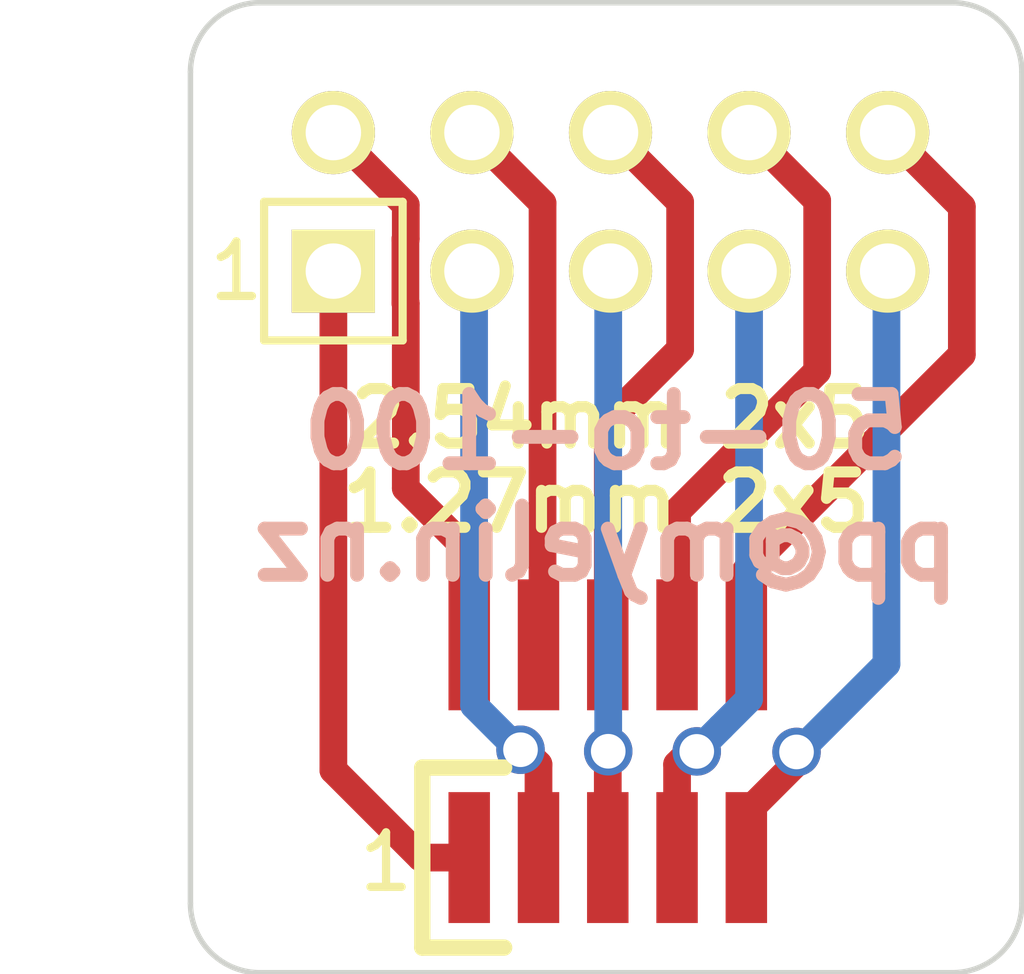
<source format=kicad_pcb>
(kicad_pcb (version 20221018) (generator pcbnew)
  (layers (0 "F.Cu" signal) (31 "B.Cu" signal) (34 "B.Paste" user) (35 "F.Paste" user) (36 "B.SilkS" user "B.Silkscreen") (37 "F.SilkS" user "F.Silkscreen") (38 "B.Mask" user) (39 "F.Mask" user) (44 "Edge.Cuts" user))
  (net 0 "")
  (net 1 "/1")
  (net 2 "/2")
  (net 3 "/3")
  (net 4 "/4")
  (net 5 "/5")
  (net 6 "/6")
  (net 7 "/7")
  (net 8 "/8")
  (net 9 "/9")
  (net 10 "/10")
  (footprint "myelin-kicad:pin_array_5x2_50mil_smd" (layer "F.Cu") (at 163.86 95)
    (fp_text reference "P1")
    (fp_text value "1.27mm 2x5" (at -0.03 -4.5633 180) (layer "F.SilkS") (effects (font (size 1.016 1.016) (thickness 0.2032))))
    (fp_text user "1" (at -4.064 2.032) (layer "F.SilkS"))
    (fp_line (start -3.4 3.6) (end -3.4 0.3) (stroke (width 0.3)) (layer "F.SilkS"))
    (fp_line (start -1.9 0.3) (end -3.4 0.3) (stroke (width 0.3)) (layer "F.SilkS"))
    (fp_line (start -1.9 3.6) (end -3.4 3.6) (stroke (width 0.3)) (layer "F.SilkS"))
    (pad "1" smd rect (at -2.54 1.95) (size 0.76 2.4) (layers "F.Cu" "F.Paste" "F.Mask") (net 1 "/1"))
    (pad "2" smd rect (at -2.54 -1.95) (size 0.76 2.4) (layers "F.Cu" "F.Paste" "F.Mask") (net 2 "/2"))
    (pad "3" smd rect (at -1.27 1.95) (size 0.76 2.4) (layers "F.Cu" "F.Paste" "F.Mask") (net 3 "/3"))
    (pad "4" smd rect (at -1.27 -1.95) (size 0.76 2.4) (layers "F.Cu" "F.Paste" "F.Mask") (net 4 "/4"))
    (pad "5" smd rect (at 0 1.95) (size 0.76 2.4) (layers "F.Cu" "F.Paste" "F.Mask") (net 5 "/5"))
    (pad "6" smd rect (at 0 -1.95) (size 0.76 2.4) (layers "F.Cu" "F.Paste" "F.Mask") (net 6 "/6"))
    (pad "7" smd rect (at 1.27 1.95) (size 0.76 2.4) (layers "F.Cu" "F.Paste" "F.Mask") (net 7 "/7"))
    (pad "8" smd rect (at 1.27 -1.95) (size 0.76 2.4) (layers "F.Cu" "F.Paste" "F.Mask") (net 8 "/8"))
    (pad "9" smd rect (at 2.54 1.95) (size 0.76 2.4) (layers "F.Cu" "F.Paste" "F.Mask") (net 9 "/9"))
    (pad "10" smd rect (at 2.54 -1.95) (size 0.76 2.4) (layers "F.Cu" "F.Paste" "F.Mask") (net 10 "/10"))
  )
  (footprint "myelin-kicad:header_02x05_40mil_60mil" (layer "F.Cu") (at 163.91 84.93)
    (fp_text reference "P2")
    (fp_text value "2.54mm 2x5" (at 0 3.97) (layer "F.SilkS") (effects (font (thickness 0.2032))))
    (fp_text user "1" (at -6.858 1.27) (layer "F.SilkS"))
    (fp_line (start -6.35 0) (end -3.81 0) (stroke (width 0.15)) (layer "F.SilkS"))
    (fp_line (start -6.35 2.54) (end -6.35 0) (stroke (width 0.15)) (layer "F.SilkS"))
    (fp_line (start -3.81 0) (end -3.81 2.54) (stroke (width 0.15)) (layer "F.SilkS"))
    (fp_line (start -3.81 2.54) (end -6.35 2.54) (stroke (width 0.15)) (layer "F.SilkS"))
    (pad "1" thru_hole rect (at -5.08 1.27) (size 1.524 1.524) (drill 1.016) (layers "*.Cu" "*.Mask" "F.SilkS") (net 1 "/1"))
    (pad "2" thru_hole circle (at -5.08 -1.27) (size 1.524 1.524) (drill 1.016) (layers "*.Cu" "*.Mask" "F.SilkS") (net 2 "/2"))
    (pad "3" thru_hole circle (at -2.54 1.27) (size 1.524 1.524) (drill 1.016) (layers "*.Cu" "*.Mask" "F.SilkS") (net 3 "/3"))
    (pad "4" thru_hole circle (at -2.54 -1.27) (size 1.524 1.524) (drill 1.016) (layers "*.Cu" "*.Mask" "F.SilkS") (net 4 "/4"))
    (pad "5" thru_hole circle (at 0 1.27) (size 1.524 1.524) (drill 1.016) (layers "*.Cu" "*.Mask" "F.SilkS") (net 5 "/5"))
    (pad "6" thru_hole circle (at 0 -1.27) (size 1.524 1.524) (drill 1.016) (layers "*.Cu" "*.Mask" "F.SilkS") (net 6 "/6"))
    (pad "7" thru_hole circle (at 2.54 1.27) (size 1.524 1.524) (drill 1.016) (layers "*.Cu" "*.Mask" "F.SilkS") (net 7 "/7"))
    (pad "8" thru_hole circle (at 2.54 -1.27) (size 1.524 1.524) (drill 1.016) (layers "*.Cu" "*.Mask" "F.SilkS") (net 8 "/8"))
    (pad "9" thru_hole circle (at 5.08 1.27) (size 1.524 1.524) (drill 1.016) (layers "*.Cu" "*.Mask" "F.SilkS") (net 9 "/9"))
    (pad "10" thru_hole circle (at 5.08 -1.27) (size 1.524 1.524) (drill 1.016) (layers "*.Cu" "*.Mask" "F.SilkS") (net 10 "/10"))
  )
  (gr_line (start 156.21 82.55) (end 156.21 97.79) (stroke (width 0.1)) (layer "Edge.Cuts"))
  (gr_line (start 171.45 97.79) (end 171.45 82.55) (stroke (width 0.1)) (layer "Edge.Cuts"))
  (gr_line (start 157.48 99.06) (end 170.18 99.06) (stroke (width 0.1)) (layer "Edge.Cuts"))
  (gr_arc (start 171.45 97.79) (mid 171.078026 98.688026) (end 170.18 99.06) (stroke (width 0.1)) (layer "Edge.Cuts"))
  (gr_arc (start 157.48 99.06) (mid 156.581974 98.688026) (end 156.21 97.79) (stroke (width 0.1)) (layer "Edge.Cuts"))
  (gr_arc (start 156.21 82.55) (mid 156.581974 81.651974) (end 157.48 81.28) (stroke (width 0.1)) (layer "Edge.Cuts"))
  (gr_line (start 170.18 81.28) (end 157.48 81.28) (stroke (width 0.1)) (layer "Edge.Cuts"))
  (gr_arc (start 170.18 81.28) (mid 171.078026 81.651974) (end 171.45 82.55) (stroke (width 0.1)) (layer "Edge.Cuts"))
  (gr_text "50-to-100\npp@myelin.nz" (at 163.83 90.17) (layer "B.SilkS") (effects (font (size 1.27 1.27) (thickness 0.254)) (justify mirror)))
  (segment (start 158.83 95.348) (end 158.83 87.47) (width 0.508) (layer "F.Cu") (net 1))
  (segment (start 160.432 96.95) (end 158.83 95.348) (width 0.508) (layer "F.Cu") (net 1))
  (segment (start 161.32 96.95) (end 160.432 96.95) (width 0.508) (layer "F.Cu") (net 1))
  (segment (start 158.83 87.47) (end 158.83 86.2) (width 0.508) (layer "F.Cu") (net 1))
  (segment (start 158.83 83.66) (end 160.15716 84.98716) (width 0.508) (layer "F.Cu") (net 2))
  (segment (start 160.15716 86.791578) (end 160.15716 90.17916) (width 0.508) (layer "F.Cu") (net 2))
  (segment (start 160.15716 90.17916) (end 161.32 91.342) (width 0.508) (layer "F.Cu") (net 2))
  (segment (start 161.32 91.342) (end 161.32 93.05) (width 0.508) (layer "F.Cu") (net 2))
  (segment (start 160.15716 85.608422) (end 160.150799 85.614783) (width 0.508) (layer "F.Cu") (net 2))
  (segment (start 160.150799 86.785217) (end 160.15716 86.791578) (width 0.508) (layer "F.Cu") (net 2))
  (segment (start 160.15716 84.98716) (end 160.15716 85.608422) (width 0.508) (layer "F.Cu") (net 2))
  (segment (start 160.150799 85.614783) (end 160.150799 86.785217) (width 0.508) (layer "F.Cu") (net 2))
  (segment (start 162.32114 94.97314) (end 162.26028 94.97314) (width 0.508) (layer "F.Cu") (net 3))
  (segment (start 162.59 95.242) (end 162.32114 94.97314) (width 0.508) (layer "F.Cu") (net 3))
  (segment (start 162.59 96.13) (end 162.59 96.95) (width 0.254) (layer "F.Cu") (net 3))
  (segment (start 162.59 96.95) (end 162.59 95.242) (width 0.508) (layer "F.Cu") (net 3))
  (via (at 162.26028 94.97314) (size 0.889) (drill 0.635) (layers "F.Cu" "B.Cu") (net 3))
  (segment (start 161.40938 86.23938) (end 161.40938 94.16034) (width 0.508) (layer "B.Cu") (net 3))
  (segment (start 162.22218 94.97314) (end 162.26028 94.97314) (width 0.508) (layer "B.Cu") (net 3))
  (segment (start 161.40938 94.16034) (end 162.22218 94.97314) (width 0.508) (layer "B.Cu") (net 3))
  (segment (start 161.37 86.2) (end 161.40938 86.23938) (width 0.508) (layer "B.Cu") (net 3))
  (segment (start 162.66414 92.97586) (end 162.59 93.05) (width 0.508) (layer "F.Cu") (net 4))
  (segment (start 162.66414 84.95414) (end 162.66414 92.97586) (width 0.508) (layer "F.Cu") (net 4))
  (segment (start 161.37 83.66) (end 162.66414 84.95414) (width 0.508) (layer "F.Cu") (net 4))
  (segment (start 163.89 96.92) (end 163.86 96.95) (width 0.254) (layer "F.Cu") (net 5))
  (segment (start 163.86 95.00918) (end 163.8681 95.00108) (width 0.508) (layer "F.Cu") (net 5))
  (segment (start 163.86 96.95) (end 163.86 95.00918) (width 0.508) (layer "F.Cu") (net 5))
  (via (at 163.8681 95.00108) (size 0.889) (drill 0.635) (layers "F.Cu" "B.Cu") (net 5))
  (segment (start 163.8681 86.2419) (end 163.91 86.2) (width 0.508) (layer "B.Cu") (net 5))
  (segment (start 163.8681 95.00108) (end 163.8681 86.2419) (width 0.508) (layer "B.Cu") (net 5))
  (segment (start 163.86 88.9589) (end 163.86 93.05) (width 0.508) (layer "F.Cu") (net 6))
  (segment (start 165.18636 87.63254) (end 163.86 88.9589) (width 0.508) (layer "F.Cu") (net 6))
  (segment (start 165.18636 84.93636) (end 165.18636 87.63254) (width 0.508) (layer "F.Cu") (net 6))
  (segment (start 163.91 83.66) (end 165.18636 84.93636) (width 0.508) (layer "F.Cu") (net 6))
  (segment (start 165.13 95.242) (end 165.36838 95.00362) (width 0.508) (layer "F.Cu") (net 7))
  (segment (start 165.36838 95.00362) (end 165.49116 95.00362) (width 0.508) (layer "F.Cu") (net 7))
  (segment (start 165.13 96.95) (end 165.13 95.242) (width 0.508) (layer "F.Cu") (net 7))
  (segment (start 165.13 96.95) (end 165.13 96.13) (width 0.254) (layer "F.Cu") (net 7))
  (via (at 165.49116 95.00362) (size 0.889) (drill 0.635) (layers "F.Cu" "B.Cu") (net 7))
  (segment (start 166.45 94.04478) (end 165.935659 94.559121) (width 0.508) (layer "B.Cu") (net 7))
  (segment (start 165.935659 94.559121) (end 165.49116 95.00362) (width 0.508) (layer "B.Cu") (net 7))
  (segment (start 166.45 86.2) (end 166.45 94.04478) (width 0.508) (layer "B.Cu") (net 7))
  (segment (start 165.13 90.60482) (end 165.13 93.05) (width 0.508) (layer "F.Cu") (net 8))
  (segment (start 167.69842 84.90842) (end 167.69842 88.0364) (width 0.508) (layer "F.Cu") (net 8))
  (segment (start 166.45 83.66) (end 167.69842 84.90842) (width 0.508) (layer "F.Cu") (net 8))
  (segment (start 167.69842 88.0364) (end 165.13 90.60482) (width 0.508) (layer "F.Cu") (net 8))
  (segment (start 166.4 96.13) (end 167.31996 95.21004) (width 0.508) (layer "F.Cu") (net 9))
  (segment (start 167.31996 95.21004) (end 167.31996 95.013782) (width 0.508) (layer "F.Cu") (net 9))
  (segment (start 166.43 96.92) (end 166.4 96.95) (width 0.254) (layer "F.Cu") (net 9))
  (segment (start 166.4 96.95) (end 166.4 96.13) (width 0.508) (layer "F.Cu") (net 9))
  (via (at 167.31996 95.013782) (size 0.889) (drill 0.635) (layers "F.Cu" "B.Cu") (net 9))
  (segment (start 167.358058 95.013782) (end 167.31996 95.013782) (width 0.508) (layer "B.Cu") (net 9))
  (segment (start 168.96842 86.22158) (end 168.96842 93.40342) (width 0.508) (layer "B.Cu") (net 9))
  (segment (start 168.96842 93.40342) (end 167.358058 95.013782) (width 0.508) (layer "B.Cu") (net 9))
  (segment (start 168.99 86.2) (end 168.96842 86.22158) (width 0.508) (layer "B.Cu") (net 9))
  (segment (start 170.35018 85.02018) (end 170.35018 87.72906) (width 0.508) (layer "F.Cu") (net 10))
  (segment (start 168.99 83.66) (end 170.35018 85.02018) (width 0.508) (layer "F.Cu") (net 10))
  (segment (start 166.4 91.67924) (end 166.4 93.05) (width 0.508) (layer "F.Cu") (net 10))
  (segment (start 170.35018 87.72906) (end 166.4 91.67924) (width 0.508) (layer "F.Cu") (net 10))
)
</source>
